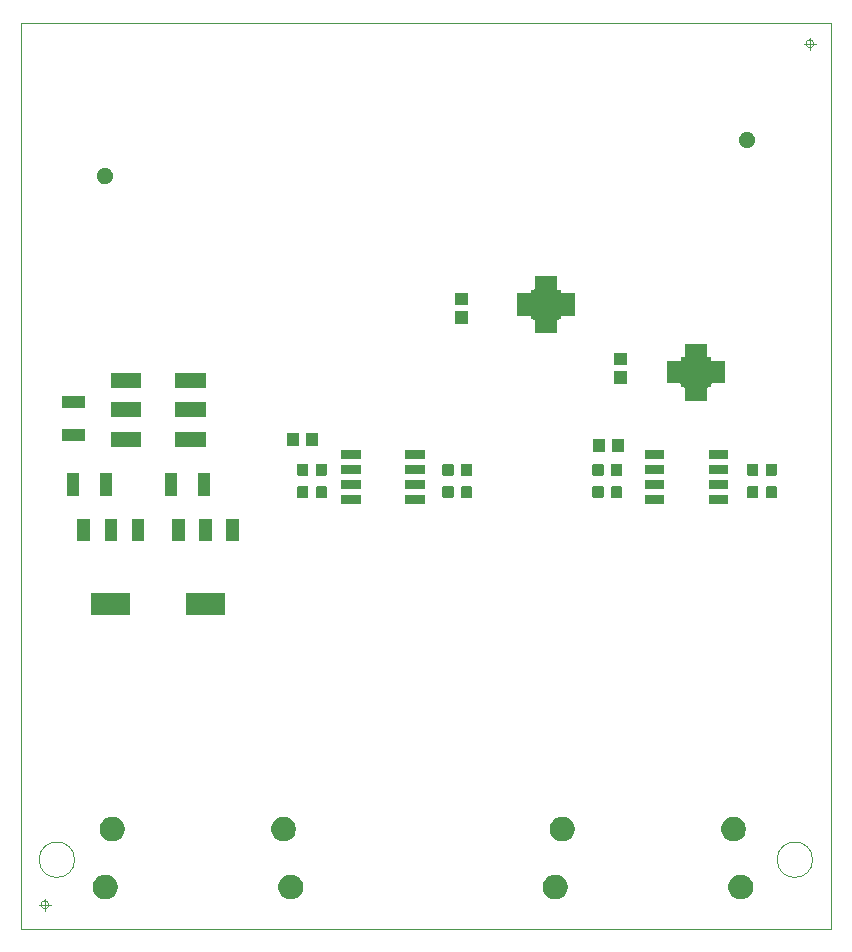
<source format=gbs>
%TF.GenerationSoftware,KiCad,Pcbnew,(5.1.5-0-10_14)*%
%TF.CreationDate,2020-01-10T14:35:19+01:00*%
%TF.ProjectId,adapter_hybrid_assister,61646170-7465-4725-9f68-79627269645f,rev?*%
%TF.SameCoordinates,PX6312cb0PY8accb70*%
%TF.FileFunction,Soldermask,Bot*%
%TF.FilePolarity,Negative*%
%FSLAX45Y45*%
G04 Gerber Fmt 4.5, Leading zero omitted, Abs format (unit mm)*
G04 Created by KiCad (PCBNEW (5.1.5-0-10_14)) date 2020-01-10 14:35:19*
%MOMM*%
%LPD*%
G04 APERTURE LIST*
%TA.AperFunction,Profile*%
%ADD10C,0.050000*%
%TD*%
%TA.AperFunction,Profile*%
%ADD11C,0.100000*%
%TD*%
%ADD12C,0.100000*%
G04 APERTURE END LIST*
D10*
X6713533Y7493000D02*
G75*
G03X6713533Y7493000I-33333J0D01*
G01*
X6630200Y7493000D02*
X6730200Y7493000D01*
X6680200Y7543000D02*
X6680200Y7443000D01*
X236533Y203200D02*
G75*
G03X236533Y203200I-33333J0D01*
G01*
X153200Y203200D02*
X253200Y203200D01*
X203200Y253200D02*
X203200Y153200D01*
X454800Y584200D02*
G75*
G03X454800Y584200I-150000J0D01*
G01*
X6703200Y584200D02*
G75*
G03X6703200Y584200I-150000J0D01*
G01*
X0Y0D02*
X0Y7670800D01*
X6858000Y7670800D02*
X6858000Y0D01*
D11*
X0Y7670800D02*
X6858000Y7670800D01*
X6858000Y0D02*
X0Y0D01*
D12*
G36*
X6117731Y455964D02*
G01*
X6124484Y454621D01*
X6143565Y446717D01*
X6160738Y435242D01*
X6175342Y420638D01*
X6186817Y403465D01*
X6194721Y384384D01*
X6198750Y364127D01*
X6198750Y343473D01*
X6194721Y323216D01*
X6186817Y304135D01*
X6175342Y286962D01*
X6160738Y272358D01*
X6143565Y260883D01*
X6124484Y252979D01*
X6117731Y251636D01*
X6104227Y248950D01*
X6083573Y248950D01*
X6070069Y251636D01*
X6063316Y252979D01*
X6044235Y260883D01*
X6027062Y272358D01*
X6012458Y286962D01*
X6000983Y304135D01*
X5993079Y323216D01*
X5989050Y343473D01*
X5989050Y364127D01*
X5993079Y384384D01*
X6000983Y403465D01*
X6012458Y420638D01*
X6027062Y435242D01*
X6044235Y446717D01*
X6063316Y454621D01*
X6070069Y455964D01*
X6083573Y458650D01*
X6104227Y458650D01*
X6117731Y455964D01*
G37*
G36*
X4547731Y455964D02*
G01*
X4554484Y454621D01*
X4573565Y446717D01*
X4590738Y435242D01*
X4605342Y420638D01*
X4616817Y403465D01*
X4624721Y384384D01*
X4628750Y364127D01*
X4628750Y343473D01*
X4624721Y323216D01*
X4616817Y304135D01*
X4605342Y286962D01*
X4590738Y272358D01*
X4573565Y260883D01*
X4554484Y252979D01*
X4547731Y251636D01*
X4534227Y248950D01*
X4513573Y248950D01*
X4500069Y251636D01*
X4493316Y252979D01*
X4474235Y260883D01*
X4457062Y272358D01*
X4442458Y286962D01*
X4430983Y304135D01*
X4423079Y323216D01*
X4419050Y343473D01*
X4419050Y364127D01*
X4423079Y384384D01*
X4430983Y403465D01*
X4442458Y420638D01*
X4457062Y435242D01*
X4474235Y446717D01*
X4493316Y454621D01*
X4500069Y455964D01*
X4513573Y458650D01*
X4534227Y458650D01*
X4547731Y455964D01*
G37*
G36*
X2307731Y455964D02*
G01*
X2314484Y454621D01*
X2333565Y446717D01*
X2350738Y435242D01*
X2365342Y420638D01*
X2376817Y403465D01*
X2384721Y384384D01*
X2388750Y364127D01*
X2388750Y343473D01*
X2384721Y323216D01*
X2376817Y304135D01*
X2365342Y286962D01*
X2350738Y272358D01*
X2333565Y260883D01*
X2314484Y252979D01*
X2307731Y251636D01*
X2294227Y248950D01*
X2273573Y248950D01*
X2260069Y251636D01*
X2253316Y252979D01*
X2234235Y260883D01*
X2217062Y272358D01*
X2202458Y286962D01*
X2190983Y304135D01*
X2183079Y323216D01*
X2179050Y343473D01*
X2179050Y364127D01*
X2183079Y384384D01*
X2190983Y403465D01*
X2202458Y420638D01*
X2217062Y435242D01*
X2234235Y446717D01*
X2253316Y454621D01*
X2260069Y455964D01*
X2273573Y458650D01*
X2294227Y458650D01*
X2307731Y455964D01*
G37*
G36*
X737731Y455964D02*
G01*
X744484Y454621D01*
X763565Y446717D01*
X780738Y435242D01*
X795342Y420638D01*
X806817Y403465D01*
X814721Y384384D01*
X818750Y364127D01*
X818750Y343473D01*
X814721Y323216D01*
X806817Y304135D01*
X795342Y286962D01*
X780738Y272358D01*
X763565Y260883D01*
X744484Y252979D01*
X737731Y251636D01*
X724227Y248950D01*
X703573Y248950D01*
X690069Y251636D01*
X683316Y252979D01*
X664235Y260883D01*
X647062Y272358D01*
X632458Y286962D01*
X620983Y304135D01*
X613079Y323216D01*
X609050Y343473D01*
X609050Y364127D01*
X613079Y384384D01*
X620983Y403465D01*
X632458Y420638D01*
X647062Y435242D01*
X664235Y446717D01*
X683316Y454621D01*
X690069Y455964D01*
X703573Y458650D01*
X724227Y458650D01*
X737731Y455964D01*
G37*
G36*
X6057731Y945964D02*
G01*
X6064484Y944621D01*
X6083565Y936717D01*
X6100738Y925242D01*
X6115342Y910638D01*
X6126817Y893465D01*
X6134721Y874384D01*
X6138750Y854127D01*
X6138750Y833473D01*
X6134721Y813216D01*
X6126817Y794135D01*
X6115342Y776962D01*
X6100738Y762358D01*
X6083565Y750883D01*
X6064484Y742979D01*
X6057731Y741636D01*
X6044227Y738950D01*
X6023573Y738950D01*
X6010069Y741636D01*
X6003316Y742979D01*
X5984235Y750883D01*
X5967062Y762358D01*
X5952458Y776962D01*
X5940983Y794135D01*
X5933079Y813216D01*
X5929050Y833473D01*
X5929050Y854127D01*
X5933079Y874384D01*
X5940983Y893465D01*
X5952458Y910638D01*
X5967062Y925242D01*
X5984235Y936717D01*
X6003316Y944621D01*
X6010069Y945964D01*
X6023573Y948650D01*
X6044227Y948650D01*
X6057731Y945964D01*
G37*
G36*
X4607731Y945964D02*
G01*
X4614484Y944621D01*
X4633565Y936717D01*
X4650738Y925242D01*
X4665342Y910638D01*
X4676817Y893465D01*
X4684721Y874384D01*
X4688750Y854127D01*
X4688750Y833473D01*
X4684721Y813216D01*
X4676817Y794135D01*
X4665342Y776962D01*
X4650738Y762358D01*
X4633565Y750883D01*
X4614484Y742979D01*
X4607731Y741636D01*
X4594227Y738950D01*
X4573573Y738950D01*
X4560069Y741636D01*
X4553316Y742979D01*
X4534235Y750883D01*
X4517062Y762358D01*
X4502458Y776962D01*
X4490983Y794135D01*
X4483079Y813216D01*
X4479050Y833473D01*
X4479050Y854127D01*
X4483079Y874384D01*
X4490983Y893465D01*
X4502458Y910638D01*
X4517062Y925242D01*
X4534235Y936717D01*
X4553316Y944621D01*
X4560069Y945964D01*
X4573573Y948650D01*
X4594227Y948650D01*
X4607731Y945964D01*
G37*
G36*
X2247731Y945964D02*
G01*
X2254484Y944621D01*
X2273565Y936717D01*
X2290738Y925242D01*
X2305342Y910638D01*
X2316817Y893465D01*
X2324721Y874384D01*
X2328750Y854127D01*
X2328750Y833473D01*
X2324721Y813216D01*
X2316817Y794135D01*
X2305342Y776962D01*
X2290738Y762358D01*
X2273565Y750883D01*
X2254484Y742979D01*
X2247731Y741636D01*
X2234227Y738950D01*
X2213573Y738950D01*
X2200069Y741636D01*
X2193316Y742979D01*
X2174235Y750883D01*
X2157062Y762358D01*
X2142458Y776962D01*
X2130983Y794135D01*
X2123079Y813216D01*
X2119050Y833473D01*
X2119050Y854127D01*
X2123079Y874384D01*
X2130983Y893465D01*
X2142458Y910638D01*
X2157062Y925242D01*
X2174235Y936717D01*
X2193316Y944621D01*
X2200069Y945964D01*
X2213573Y948650D01*
X2234227Y948650D01*
X2247731Y945964D01*
G37*
G36*
X797731Y945964D02*
G01*
X804484Y944621D01*
X823565Y936717D01*
X840738Y925242D01*
X855342Y910638D01*
X866817Y893465D01*
X874721Y874384D01*
X878750Y854127D01*
X878750Y833473D01*
X874721Y813216D01*
X866817Y794135D01*
X855342Y776962D01*
X840738Y762358D01*
X823565Y750883D01*
X804484Y742979D01*
X797731Y741636D01*
X784227Y738950D01*
X763573Y738950D01*
X750069Y741636D01*
X743316Y742979D01*
X724235Y750883D01*
X707062Y762358D01*
X692458Y776962D01*
X680983Y794135D01*
X673079Y813216D01*
X669050Y833473D01*
X669050Y854127D01*
X673079Y874384D01*
X680983Y893465D01*
X692458Y910638D01*
X707062Y925242D01*
X724235Y936717D01*
X743316Y944621D01*
X750069Y945964D01*
X763573Y948650D01*
X784227Y948650D01*
X797731Y945964D01*
G37*
G36*
X1728600Y2655600D02*
G01*
X1398400Y2655600D01*
X1398400Y2840800D01*
X1728600Y2840800D01*
X1728600Y2655600D01*
G37*
G36*
X927100Y2655600D02*
G01*
X596900Y2655600D01*
X596900Y2840800D01*
X927100Y2840800D01*
X927100Y2655600D01*
G37*
G36*
X584600Y3285600D02*
G01*
X479400Y3285600D01*
X479400Y3470800D01*
X584600Y3470800D01*
X584600Y3285600D01*
G37*
G36*
X1846100Y3285600D02*
G01*
X1740900Y3285600D01*
X1740900Y3470800D01*
X1846100Y3470800D01*
X1846100Y3285600D01*
G37*
G36*
X814600Y3285600D02*
G01*
X709400Y3285600D01*
X709400Y3470800D01*
X814600Y3470800D01*
X814600Y3285600D01*
G37*
G36*
X1044600Y3285600D02*
G01*
X939400Y3285600D01*
X939400Y3470800D01*
X1044600Y3470800D01*
X1044600Y3285600D01*
G37*
G36*
X1386100Y3285600D02*
G01*
X1280900Y3285600D01*
X1280900Y3470800D01*
X1386100Y3470800D01*
X1386100Y3285600D01*
G37*
G36*
X1616100Y3285600D02*
G01*
X1510900Y3285600D01*
X1510900Y3470800D01*
X1616100Y3470800D01*
X1616100Y3285600D01*
G37*
G36*
X2875500Y3594600D02*
G01*
X2712500Y3594600D01*
X2712500Y3669800D01*
X2875500Y3669800D01*
X2875500Y3594600D01*
G37*
G36*
X3417700Y3594600D02*
G01*
X3254700Y3594600D01*
X3254700Y3669800D01*
X3417700Y3669800D01*
X3417700Y3594600D01*
G37*
G36*
X5444800Y3594600D02*
G01*
X5281800Y3594600D01*
X5281800Y3669800D01*
X5444800Y3669800D01*
X5444800Y3594600D01*
G37*
G36*
X5987000Y3594600D02*
G01*
X5824000Y3594600D01*
X5824000Y3669800D01*
X5987000Y3669800D01*
X5987000Y3594600D01*
G37*
G36*
X6230459Y3747891D02*
G01*
X6233857Y3746861D01*
X6236989Y3745187D01*
X6239734Y3742934D01*
X6241987Y3740189D01*
X6243661Y3737057D01*
X6244691Y3733659D01*
X6245100Y3729511D01*
X6245100Y3661889D01*
X6244691Y3657741D01*
X6243661Y3654343D01*
X6241987Y3651211D01*
X6239734Y3648466D01*
X6236989Y3646213D01*
X6233857Y3644539D01*
X6230459Y3643508D01*
X6226311Y3643100D01*
X6166189Y3643100D01*
X6162041Y3643508D01*
X6158643Y3644539D01*
X6155511Y3646213D01*
X6152766Y3648466D01*
X6150513Y3651211D01*
X6148839Y3654343D01*
X6147808Y3657741D01*
X6147400Y3661889D01*
X6147400Y3729511D01*
X6147808Y3733659D01*
X6148839Y3737057D01*
X6150513Y3740189D01*
X6152766Y3742934D01*
X6155511Y3745187D01*
X6158643Y3746861D01*
X6162041Y3747891D01*
X6166189Y3748300D01*
X6226311Y3748300D01*
X6230459Y3747891D01*
G37*
G36*
X3807459Y3747891D02*
G01*
X3810857Y3746861D01*
X3813989Y3745187D01*
X3816734Y3742934D01*
X3818987Y3740189D01*
X3820661Y3737057D01*
X3821691Y3733659D01*
X3822100Y3729511D01*
X3822100Y3661889D01*
X3821691Y3657741D01*
X3820661Y3654343D01*
X3818987Y3651211D01*
X3816734Y3648466D01*
X3813989Y3646213D01*
X3810857Y3644539D01*
X3807459Y3643508D01*
X3803311Y3643100D01*
X3743189Y3643100D01*
X3739041Y3643508D01*
X3735643Y3644539D01*
X3732511Y3646213D01*
X3729766Y3648466D01*
X3727513Y3651211D01*
X3725839Y3654343D01*
X3724808Y3657741D01*
X3724400Y3661889D01*
X3724400Y3729511D01*
X3724808Y3733659D01*
X3725839Y3737057D01*
X3727513Y3740189D01*
X3729766Y3742934D01*
X3732511Y3745187D01*
X3735643Y3746861D01*
X3739041Y3747891D01*
X3743189Y3748300D01*
X3803311Y3748300D01*
X3807459Y3747891D01*
G37*
G36*
X3649959Y3747891D02*
G01*
X3653357Y3746861D01*
X3656489Y3745187D01*
X3659234Y3742934D01*
X3661487Y3740189D01*
X3663161Y3737057D01*
X3664191Y3733659D01*
X3664600Y3729511D01*
X3664600Y3661889D01*
X3664191Y3657741D01*
X3663161Y3654343D01*
X3661487Y3651211D01*
X3659234Y3648466D01*
X3656489Y3646213D01*
X3653357Y3644539D01*
X3649959Y3643508D01*
X3645811Y3643100D01*
X3585689Y3643100D01*
X3581541Y3643508D01*
X3578143Y3644539D01*
X3575011Y3646213D01*
X3572266Y3648466D01*
X3570013Y3651211D01*
X3568339Y3654343D01*
X3567308Y3657741D01*
X3566900Y3661889D01*
X3566900Y3729511D01*
X3567308Y3733659D01*
X3568339Y3737057D01*
X3570013Y3740189D01*
X3572266Y3742934D01*
X3575011Y3745187D01*
X3578143Y3746861D01*
X3581541Y3747891D01*
X3585689Y3748300D01*
X3645811Y3748300D01*
X3649959Y3747891D01*
G37*
G36*
X2420459Y3747891D02*
G01*
X2423857Y3746861D01*
X2426989Y3745187D01*
X2429734Y3742934D01*
X2431987Y3740189D01*
X2433661Y3737057D01*
X2434692Y3733659D01*
X2435100Y3729511D01*
X2435100Y3661889D01*
X2434692Y3657741D01*
X2433661Y3654343D01*
X2431987Y3651211D01*
X2429734Y3648466D01*
X2426989Y3646213D01*
X2423857Y3644539D01*
X2420459Y3643508D01*
X2416311Y3643100D01*
X2356189Y3643100D01*
X2352041Y3643508D01*
X2348643Y3644539D01*
X2345511Y3646213D01*
X2342766Y3648466D01*
X2340513Y3651211D01*
X2338839Y3654343D01*
X2337809Y3657741D01*
X2337400Y3661889D01*
X2337400Y3729511D01*
X2337809Y3733659D01*
X2338839Y3737057D01*
X2340513Y3740189D01*
X2342766Y3742934D01*
X2345511Y3745187D01*
X2348643Y3746861D01*
X2352041Y3747891D01*
X2356189Y3748300D01*
X2416311Y3748300D01*
X2420459Y3747891D01*
G37*
G36*
X2577959Y3747891D02*
G01*
X2581357Y3746861D01*
X2584489Y3745187D01*
X2587234Y3742934D01*
X2589487Y3740189D01*
X2591161Y3737057D01*
X2592192Y3733659D01*
X2592600Y3729511D01*
X2592600Y3661889D01*
X2592192Y3657741D01*
X2591161Y3654343D01*
X2589487Y3651211D01*
X2587234Y3648466D01*
X2584489Y3646213D01*
X2581357Y3644539D01*
X2577959Y3643508D01*
X2573811Y3643100D01*
X2513689Y3643100D01*
X2509541Y3643508D01*
X2506143Y3644539D01*
X2503011Y3646213D01*
X2500266Y3648466D01*
X2498013Y3651211D01*
X2496339Y3654343D01*
X2495309Y3657741D01*
X2494900Y3661889D01*
X2494900Y3729511D01*
X2495309Y3733659D01*
X2496339Y3737057D01*
X2498013Y3740189D01*
X2500266Y3742934D01*
X2503011Y3745187D01*
X2506143Y3746861D01*
X2509541Y3747891D01*
X2513689Y3748300D01*
X2573811Y3748300D01*
X2577959Y3747891D01*
G37*
G36*
X5077459Y3747891D02*
G01*
X5080857Y3746861D01*
X5083989Y3745187D01*
X5086734Y3742934D01*
X5088987Y3740189D01*
X5090661Y3737057D01*
X5091692Y3733659D01*
X5092100Y3729511D01*
X5092100Y3661889D01*
X5091692Y3657741D01*
X5090661Y3654343D01*
X5088987Y3651211D01*
X5086734Y3648466D01*
X5083989Y3646213D01*
X5080857Y3644539D01*
X5077459Y3643508D01*
X5073311Y3643100D01*
X5013189Y3643100D01*
X5009041Y3643508D01*
X5005643Y3644539D01*
X5002511Y3646213D01*
X4999766Y3648466D01*
X4997513Y3651211D01*
X4995839Y3654343D01*
X4994809Y3657741D01*
X4994400Y3661889D01*
X4994400Y3729511D01*
X4994809Y3733659D01*
X4995839Y3737057D01*
X4997513Y3740189D01*
X4999766Y3742934D01*
X5002511Y3745187D01*
X5005643Y3746861D01*
X5009041Y3747891D01*
X5013189Y3748300D01*
X5073311Y3748300D01*
X5077459Y3747891D01*
G37*
G36*
X4919959Y3747891D02*
G01*
X4923357Y3746861D01*
X4926489Y3745187D01*
X4929234Y3742934D01*
X4931487Y3740189D01*
X4933161Y3737057D01*
X4934192Y3733659D01*
X4934600Y3729511D01*
X4934600Y3661889D01*
X4934192Y3657741D01*
X4933161Y3654343D01*
X4931487Y3651211D01*
X4929234Y3648466D01*
X4926489Y3646213D01*
X4923357Y3644539D01*
X4919959Y3643508D01*
X4915811Y3643100D01*
X4855689Y3643100D01*
X4851541Y3643508D01*
X4848143Y3644539D01*
X4845011Y3646213D01*
X4842266Y3648466D01*
X4840013Y3651211D01*
X4838339Y3654343D01*
X4837309Y3657741D01*
X4836900Y3661889D01*
X4836900Y3729511D01*
X4837309Y3733659D01*
X4838339Y3737057D01*
X4840013Y3740189D01*
X4842266Y3742934D01*
X4845011Y3745187D01*
X4848143Y3746861D01*
X4851541Y3747891D01*
X4855689Y3748300D01*
X4915811Y3748300D01*
X4919959Y3747891D01*
G37*
G36*
X6387959Y3747891D02*
G01*
X6391357Y3746861D01*
X6394489Y3745187D01*
X6397234Y3742934D01*
X6399487Y3740189D01*
X6401161Y3737057D01*
X6402191Y3733659D01*
X6402600Y3729511D01*
X6402600Y3661889D01*
X6402191Y3657741D01*
X6401161Y3654343D01*
X6399487Y3651211D01*
X6397234Y3648466D01*
X6394489Y3646213D01*
X6391357Y3644539D01*
X6387959Y3643508D01*
X6383811Y3643100D01*
X6323689Y3643100D01*
X6319541Y3643508D01*
X6316143Y3644539D01*
X6313011Y3646213D01*
X6310266Y3648466D01*
X6308013Y3651211D01*
X6306339Y3654343D01*
X6305308Y3657741D01*
X6304900Y3661889D01*
X6304900Y3729511D01*
X6305308Y3733659D01*
X6306339Y3737057D01*
X6308013Y3740189D01*
X6310266Y3742934D01*
X6313011Y3745187D01*
X6316143Y3746861D01*
X6319541Y3747891D01*
X6323689Y3748300D01*
X6383811Y3748300D01*
X6387959Y3747891D01*
G37*
G36*
X774720Y3663930D02*
G01*
X673080Y3663930D01*
X673080Y3854470D01*
X774720Y3854470D01*
X774720Y3663930D01*
G37*
G36*
X1320820Y3663930D02*
G01*
X1219180Y3663930D01*
X1219180Y3854470D01*
X1320820Y3854470D01*
X1320820Y3663930D01*
G37*
G36*
X495320Y3663930D02*
G01*
X393680Y3663930D01*
X393680Y3854470D01*
X495320Y3854470D01*
X495320Y3663930D01*
G37*
G36*
X1600220Y3663930D02*
G01*
X1498580Y3663930D01*
X1498580Y3854470D01*
X1600220Y3854470D01*
X1600220Y3663930D01*
G37*
G36*
X5987000Y3721600D02*
G01*
X5824000Y3721600D01*
X5824000Y3796800D01*
X5987000Y3796800D01*
X5987000Y3721600D01*
G37*
G36*
X5444800Y3721600D02*
G01*
X5281800Y3721600D01*
X5281800Y3796800D01*
X5444800Y3796800D01*
X5444800Y3721600D01*
G37*
G36*
X3417700Y3721600D02*
G01*
X3254700Y3721600D01*
X3254700Y3796800D01*
X3417700Y3796800D01*
X3417700Y3721600D01*
G37*
G36*
X2875500Y3721600D02*
G01*
X2712500Y3721600D01*
X2712500Y3796800D01*
X2875500Y3796800D01*
X2875500Y3721600D01*
G37*
G36*
X3649959Y3938391D02*
G01*
X3653357Y3937361D01*
X3656489Y3935687D01*
X3659234Y3933434D01*
X3661487Y3930689D01*
X3663161Y3927557D01*
X3664191Y3924159D01*
X3664600Y3920011D01*
X3664600Y3852389D01*
X3664191Y3848241D01*
X3663161Y3844843D01*
X3661487Y3841711D01*
X3659234Y3838966D01*
X3656489Y3836713D01*
X3653357Y3835039D01*
X3649959Y3834008D01*
X3645811Y3833600D01*
X3585689Y3833600D01*
X3581541Y3834008D01*
X3578143Y3835039D01*
X3575011Y3836713D01*
X3572266Y3838966D01*
X3570013Y3841711D01*
X3568339Y3844843D01*
X3567308Y3848241D01*
X3566900Y3852389D01*
X3566900Y3920011D01*
X3567308Y3924159D01*
X3568339Y3927557D01*
X3570013Y3930689D01*
X3572266Y3933434D01*
X3575011Y3935687D01*
X3578143Y3937361D01*
X3581541Y3938391D01*
X3585689Y3938800D01*
X3645811Y3938800D01*
X3649959Y3938391D01*
G37*
G36*
X3807459Y3938391D02*
G01*
X3810857Y3937361D01*
X3813989Y3935687D01*
X3816734Y3933434D01*
X3818987Y3930689D01*
X3820661Y3927557D01*
X3821691Y3924159D01*
X3822100Y3920011D01*
X3822100Y3852389D01*
X3821691Y3848241D01*
X3820661Y3844843D01*
X3818987Y3841711D01*
X3816734Y3838966D01*
X3813989Y3836713D01*
X3810857Y3835039D01*
X3807459Y3834008D01*
X3803311Y3833600D01*
X3743189Y3833600D01*
X3739041Y3834008D01*
X3735643Y3835039D01*
X3732511Y3836713D01*
X3729766Y3838966D01*
X3727513Y3841711D01*
X3725839Y3844843D01*
X3724808Y3848241D01*
X3724400Y3852389D01*
X3724400Y3920011D01*
X3724808Y3924159D01*
X3725839Y3927557D01*
X3727513Y3930689D01*
X3729766Y3933434D01*
X3732511Y3935687D01*
X3735643Y3937361D01*
X3739041Y3938391D01*
X3743189Y3938800D01*
X3803311Y3938800D01*
X3807459Y3938391D01*
G37*
G36*
X6387959Y3938391D02*
G01*
X6391357Y3937361D01*
X6394489Y3935687D01*
X6397234Y3933434D01*
X6399487Y3930689D01*
X6401161Y3927557D01*
X6402191Y3924159D01*
X6402600Y3920011D01*
X6402600Y3852389D01*
X6402191Y3848241D01*
X6401161Y3844843D01*
X6399487Y3841711D01*
X6397234Y3838966D01*
X6394489Y3836713D01*
X6391357Y3835039D01*
X6387959Y3834008D01*
X6383811Y3833600D01*
X6323689Y3833600D01*
X6319541Y3834008D01*
X6316143Y3835039D01*
X6313011Y3836713D01*
X6310266Y3838966D01*
X6308013Y3841711D01*
X6306339Y3844843D01*
X6305308Y3848241D01*
X6304900Y3852389D01*
X6304900Y3920011D01*
X6305308Y3924159D01*
X6306339Y3927557D01*
X6308013Y3930689D01*
X6310266Y3933434D01*
X6313011Y3935687D01*
X6316143Y3937361D01*
X6319541Y3938391D01*
X6323689Y3938800D01*
X6383811Y3938800D01*
X6387959Y3938391D01*
G37*
G36*
X6230459Y3938391D02*
G01*
X6233857Y3937361D01*
X6236989Y3935687D01*
X6239734Y3933434D01*
X6241987Y3930689D01*
X6243661Y3927557D01*
X6244691Y3924159D01*
X6245100Y3920011D01*
X6245100Y3852389D01*
X6244691Y3848241D01*
X6243661Y3844843D01*
X6241987Y3841711D01*
X6239734Y3838966D01*
X6236989Y3836713D01*
X6233857Y3835039D01*
X6230459Y3834008D01*
X6226311Y3833600D01*
X6166189Y3833600D01*
X6162041Y3834008D01*
X6158643Y3835039D01*
X6155511Y3836713D01*
X6152766Y3838966D01*
X6150513Y3841711D01*
X6148839Y3844843D01*
X6147808Y3848241D01*
X6147400Y3852389D01*
X6147400Y3920011D01*
X6147808Y3924159D01*
X6148839Y3927557D01*
X6150513Y3930689D01*
X6152766Y3933434D01*
X6155511Y3935687D01*
X6158643Y3937361D01*
X6162041Y3938391D01*
X6166189Y3938800D01*
X6226311Y3938800D01*
X6230459Y3938391D01*
G37*
G36*
X5077459Y3938391D02*
G01*
X5080857Y3937361D01*
X5083989Y3935687D01*
X5086734Y3933434D01*
X5088987Y3930689D01*
X5090661Y3927557D01*
X5091692Y3924159D01*
X5092100Y3920011D01*
X5092100Y3852389D01*
X5091692Y3848241D01*
X5090661Y3844843D01*
X5088987Y3841711D01*
X5086734Y3838966D01*
X5083989Y3836713D01*
X5080857Y3835039D01*
X5077459Y3834008D01*
X5073311Y3833600D01*
X5013189Y3833600D01*
X5009041Y3834008D01*
X5005643Y3835039D01*
X5002511Y3836713D01*
X4999766Y3838966D01*
X4997513Y3841711D01*
X4995839Y3844843D01*
X4994809Y3848241D01*
X4994400Y3852389D01*
X4994400Y3920011D01*
X4994809Y3924159D01*
X4995839Y3927557D01*
X4997513Y3930689D01*
X4999766Y3933434D01*
X5002511Y3935687D01*
X5005643Y3937361D01*
X5009041Y3938391D01*
X5013189Y3938800D01*
X5073311Y3938800D01*
X5077459Y3938391D01*
G37*
G36*
X2577959Y3938391D02*
G01*
X2581357Y3937361D01*
X2584489Y3935687D01*
X2587234Y3933434D01*
X2589487Y3930689D01*
X2591161Y3927557D01*
X2592192Y3924159D01*
X2592600Y3920011D01*
X2592600Y3852389D01*
X2592192Y3848241D01*
X2591161Y3844843D01*
X2589487Y3841711D01*
X2587234Y3838966D01*
X2584489Y3836713D01*
X2581357Y3835039D01*
X2577959Y3834008D01*
X2573811Y3833600D01*
X2513689Y3833600D01*
X2509541Y3834008D01*
X2506143Y3835039D01*
X2503011Y3836713D01*
X2500266Y3838966D01*
X2498013Y3841711D01*
X2496339Y3844843D01*
X2495309Y3848241D01*
X2494900Y3852389D01*
X2494900Y3920011D01*
X2495309Y3924159D01*
X2496339Y3927557D01*
X2498013Y3930689D01*
X2500266Y3933434D01*
X2503011Y3935687D01*
X2506143Y3937361D01*
X2509541Y3938391D01*
X2513689Y3938800D01*
X2573811Y3938800D01*
X2577959Y3938391D01*
G37*
G36*
X4919959Y3938391D02*
G01*
X4923357Y3937361D01*
X4926489Y3935687D01*
X4929234Y3933434D01*
X4931487Y3930689D01*
X4933161Y3927557D01*
X4934192Y3924159D01*
X4934600Y3920011D01*
X4934600Y3852389D01*
X4934192Y3848241D01*
X4933161Y3844843D01*
X4931487Y3841711D01*
X4929234Y3838966D01*
X4926489Y3836713D01*
X4923357Y3835039D01*
X4919959Y3834008D01*
X4915811Y3833600D01*
X4855689Y3833600D01*
X4851541Y3834008D01*
X4848143Y3835039D01*
X4845011Y3836713D01*
X4842266Y3838966D01*
X4840013Y3841711D01*
X4838339Y3844843D01*
X4837309Y3848241D01*
X4836900Y3852389D01*
X4836900Y3920011D01*
X4837309Y3924159D01*
X4838339Y3927557D01*
X4840013Y3930689D01*
X4842266Y3933434D01*
X4845011Y3935687D01*
X4848143Y3937361D01*
X4851541Y3938391D01*
X4855689Y3938800D01*
X4915811Y3938800D01*
X4919959Y3938391D01*
G37*
G36*
X2420459Y3938391D02*
G01*
X2423857Y3937361D01*
X2426989Y3935687D01*
X2429734Y3933434D01*
X2431987Y3930689D01*
X2433661Y3927557D01*
X2434692Y3924159D01*
X2435100Y3920011D01*
X2435100Y3852389D01*
X2434692Y3848241D01*
X2433661Y3844843D01*
X2431987Y3841711D01*
X2429734Y3838966D01*
X2426989Y3836713D01*
X2423857Y3835039D01*
X2420459Y3834008D01*
X2416311Y3833600D01*
X2356189Y3833600D01*
X2352041Y3834008D01*
X2348643Y3835039D01*
X2345511Y3836713D01*
X2342766Y3838966D01*
X2340513Y3841711D01*
X2338839Y3844843D01*
X2337809Y3848241D01*
X2337400Y3852389D01*
X2337400Y3920011D01*
X2337809Y3924159D01*
X2338839Y3927557D01*
X2340513Y3930689D01*
X2342766Y3933434D01*
X2345511Y3935687D01*
X2348643Y3937361D01*
X2352041Y3938391D01*
X2356189Y3938800D01*
X2416311Y3938800D01*
X2420459Y3938391D01*
G37*
G36*
X2875500Y3848600D02*
G01*
X2712500Y3848600D01*
X2712500Y3923800D01*
X2875500Y3923800D01*
X2875500Y3848600D01*
G37*
G36*
X3417700Y3848600D02*
G01*
X3254700Y3848600D01*
X3254700Y3923800D01*
X3417700Y3923800D01*
X3417700Y3848600D01*
G37*
G36*
X5444800Y3848600D02*
G01*
X5281800Y3848600D01*
X5281800Y3923800D01*
X5444800Y3923800D01*
X5444800Y3848600D01*
G37*
G36*
X5987000Y3848600D02*
G01*
X5824000Y3848600D01*
X5824000Y3923800D01*
X5987000Y3923800D01*
X5987000Y3848600D01*
G37*
G36*
X5987000Y3975600D02*
G01*
X5824000Y3975600D01*
X5824000Y4050800D01*
X5987000Y4050800D01*
X5987000Y3975600D01*
G37*
G36*
X2875500Y3975600D02*
G01*
X2712500Y3975600D01*
X2712500Y4050800D01*
X2875500Y4050800D01*
X2875500Y3975600D01*
G37*
G36*
X3417700Y3975600D02*
G01*
X3254700Y3975600D01*
X3254700Y4050800D01*
X3417700Y4050800D01*
X3417700Y3975600D01*
G37*
G36*
X5444800Y3975600D02*
G01*
X5281800Y3975600D01*
X5281800Y4050800D01*
X5444800Y4050800D01*
X5444800Y3975600D01*
G37*
G36*
X4947200Y4034300D02*
G01*
X4842000Y4034300D01*
X4842000Y4144500D01*
X4947200Y4144500D01*
X4947200Y4034300D01*
G37*
G36*
X5107200Y4034300D02*
G01*
X5002000Y4034300D01*
X5002000Y4144500D01*
X5107200Y4144500D01*
X5107200Y4034300D01*
G37*
G36*
X1569100Y4079100D02*
G01*
X1308900Y4079100D01*
X1308900Y4209300D01*
X1569100Y4209300D01*
X1569100Y4079100D01*
G37*
G36*
X1019100Y4079100D02*
G01*
X758900Y4079100D01*
X758900Y4209300D01*
X1019100Y4209300D01*
X1019100Y4079100D01*
G37*
G36*
X2516400Y4085100D02*
G01*
X2411200Y4085100D01*
X2411200Y4195300D01*
X2516400Y4195300D01*
X2516400Y4085100D01*
G37*
G36*
X2356400Y4085100D02*
G01*
X2251200Y4085100D01*
X2251200Y4195300D01*
X2356400Y4195300D01*
X2356400Y4085100D01*
G37*
G36*
X539770Y4127480D02*
G01*
X349230Y4127480D01*
X349230Y4229120D01*
X539770Y4229120D01*
X539770Y4127480D01*
G37*
G36*
X1019100Y4329100D02*
G01*
X758900Y4329100D01*
X758900Y4459300D01*
X1019100Y4459300D01*
X1019100Y4329100D01*
G37*
G36*
X1569100Y4329100D02*
G01*
X1308900Y4329100D01*
X1308900Y4459300D01*
X1569100Y4459300D01*
X1569100Y4329100D01*
G37*
G36*
X539770Y4406880D02*
G01*
X349230Y4406880D01*
X349230Y4508520D01*
X539770Y4508520D01*
X539770Y4406880D01*
G37*
G36*
X5810100Y4849300D02*
G01*
X5810340Y4846861D01*
X5811051Y4844516D01*
X5812207Y4842355D01*
X5813761Y4840461D01*
X5815655Y4838907D01*
X5817816Y4837752D01*
X5820161Y4837040D01*
X5822600Y4836800D01*
X5840100Y4836800D01*
X5840100Y4819300D01*
X5840340Y4816861D01*
X5841051Y4814516D01*
X5842207Y4812355D01*
X5843761Y4810461D01*
X5845655Y4808907D01*
X5847816Y4807752D01*
X5850161Y4807040D01*
X5852600Y4806800D01*
X5957600Y4806800D01*
X5957600Y4616600D01*
X5852600Y4616600D01*
X5850161Y4616360D01*
X5847816Y4615649D01*
X5845655Y4614493D01*
X5843761Y4612939D01*
X5842207Y4611045D01*
X5841051Y4608884D01*
X5840340Y4606539D01*
X5840100Y4604100D01*
X5840100Y4586600D01*
X5822600Y4586600D01*
X5820161Y4586360D01*
X5817816Y4585649D01*
X5815655Y4584493D01*
X5813761Y4582939D01*
X5812207Y4581045D01*
X5811051Y4578884D01*
X5810340Y4576539D01*
X5810100Y4574100D01*
X5810100Y4469100D01*
X5619900Y4469100D01*
X5619900Y4574100D01*
X5619660Y4576539D01*
X5618948Y4578884D01*
X5617793Y4581045D01*
X5616239Y4582939D01*
X5614345Y4584493D01*
X5612184Y4585649D01*
X5609839Y4586360D01*
X5607400Y4586600D01*
X5589900Y4586600D01*
X5589900Y4604100D01*
X5589660Y4606539D01*
X5588949Y4608884D01*
X5587793Y4611045D01*
X5586239Y4612939D01*
X5584345Y4614493D01*
X5582184Y4615649D01*
X5579839Y4616360D01*
X5577400Y4616600D01*
X5472400Y4616600D01*
X5472400Y4806800D01*
X5577400Y4806800D01*
X5579839Y4807040D01*
X5582184Y4807752D01*
X5584345Y4808907D01*
X5586239Y4810461D01*
X5587793Y4812355D01*
X5588949Y4814516D01*
X5589660Y4816861D01*
X5589900Y4819300D01*
X5589900Y4836800D01*
X5607400Y4836800D01*
X5609839Y4837040D01*
X5612184Y4837752D01*
X5614345Y4838907D01*
X5616239Y4840461D01*
X5617793Y4842355D01*
X5618948Y4844516D01*
X5619660Y4846861D01*
X5619900Y4849300D01*
X5619900Y4954300D01*
X5810100Y4954300D01*
X5810100Y4849300D01*
G37*
G36*
X1019100Y4579100D02*
G01*
X758900Y4579100D01*
X758900Y4709300D01*
X1019100Y4709300D01*
X1019100Y4579100D01*
G37*
G36*
X1569100Y4579100D02*
G01*
X1308900Y4579100D01*
X1308900Y4709300D01*
X1569100Y4709300D01*
X1569100Y4579100D01*
G37*
G36*
X5135100Y4613400D02*
G01*
X5024900Y4613400D01*
X5024900Y4718600D01*
X5135100Y4718600D01*
X5135100Y4613400D01*
G37*
G36*
X5135100Y4773400D02*
G01*
X5024900Y4773400D01*
X5024900Y4878600D01*
X5135100Y4878600D01*
X5135100Y4773400D01*
G37*
G36*
X4540100Y5420800D02*
G01*
X4540340Y5418361D01*
X4541052Y5416016D01*
X4542207Y5413855D01*
X4543761Y5411961D01*
X4545655Y5410407D01*
X4547816Y5409252D01*
X4550161Y5408540D01*
X4552600Y5408300D01*
X4570100Y5408300D01*
X4570100Y5390800D01*
X4570340Y5388361D01*
X4571052Y5386016D01*
X4572207Y5383855D01*
X4573761Y5381961D01*
X4575655Y5380407D01*
X4577816Y5379252D01*
X4580161Y5378540D01*
X4582600Y5378300D01*
X4687600Y5378300D01*
X4687600Y5188100D01*
X4582600Y5188100D01*
X4580161Y5187860D01*
X4577816Y5187149D01*
X4575655Y5185993D01*
X4573761Y5184439D01*
X4572207Y5182545D01*
X4571052Y5180384D01*
X4570340Y5178039D01*
X4570100Y5175600D01*
X4570100Y5158100D01*
X4552600Y5158100D01*
X4550161Y5157860D01*
X4547816Y5157149D01*
X4545655Y5155993D01*
X4543761Y5154439D01*
X4542207Y5152545D01*
X4541052Y5150384D01*
X4540340Y5148039D01*
X4540100Y5145600D01*
X4540100Y5040600D01*
X4349900Y5040600D01*
X4349900Y5145600D01*
X4349660Y5148039D01*
X4348949Y5150384D01*
X4347793Y5152545D01*
X4346239Y5154439D01*
X4344345Y5155993D01*
X4342184Y5157149D01*
X4339839Y5157860D01*
X4337400Y5158100D01*
X4319900Y5158100D01*
X4319900Y5175600D01*
X4319660Y5178039D01*
X4318949Y5180384D01*
X4317793Y5182545D01*
X4316239Y5184439D01*
X4314345Y5185993D01*
X4312184Y5187149D01*
X4309839Y5187860D01*
X4307400Y5188100D01*
X4202400Y5188100D01*
X4202400Y5378300D01*
X4307400Y5378300D01*
X4309839Y5378540D01*
X4312184Y5379252D01*
X4314345Y5380407D01*
X4316239Y5381961D01*
X4317793Y5383855D01*
X4318949Y5386016D01*
X4319660Y5388361D01*
X4319900Y5390800D01*
X4319900Y5408300D01*
X4337400Y5408300D01*
X4339839Y5408540D01*
X4342184Y5409252D01*
X4344345Y5410407D01*
X4346239Y5411961D01*
X4347793Y5413855D01*
X4348949Y5416016D01*
X4349660Y5418361D01*
X4349900Y5420800D01*
X4349900Y5525800D01*
X4540100Y5525800D01*
X4540100Y5420800D01*
G37*
G36*
X3788900Y5121400D02*
G01*
X3678700Y5121400D01*
X3678700Y5226600D01*
X3788900Y5226600D01*
X3788900Y5121400D01*
G37*
G36*
X3788900Y5281400D02*
G01*
X3678700Y5281400D01*
X3678700Y5386600D01*
X3788900Y5386600D01*
X3788900Y5281400D01*
G37*
G36*
X729910Y6441164D02*
G01*
X742394Y6435993D01*
X742394Y6435992D01*
X753630Y6428485D01*
X763185Y6418930D01*
X770693Y6407694D01*
X775864Y6395210D01*
X778500Y6381957D01*
X778500Y6368443D01*
X775864Y6355190D01*
X770693Y6342706D01*
X770692Y6342706D01*
X763185Y6331470D01*
X753630Y6321915D01*
X742394Y6314407D01*
X742394Y6314407D01*
X742394Y6314407D01*
X729910Y6309236D01*
X716657Y6306600D01*
X703143Y6306600D01*
X689890Y6309236D01*
X677406Y6314407D01*
X677406Y6314407D01*
X677406Y6314407D01*
X666170Y6321915D01*
X656615Y6331470D01*
X649108Y6342706D01*
X649107Y6342706D01*
X643936Y6355190D01*
X641300Y6368443D01*
X641300Y6381957D01*
X643936Y6395210D01*
X649107Y6407694D01*
X656615Y6418930D01*
X666170Y6428485D01*
X677406Y6435992D01*
X677406Y6435993D01*
X689890Y6441164D01*
X703143Y6443800D01*
X716657Y6443800D01*
X729910Y6441164D01*
G37*
G36*
X6167910Y6746164D02*
G01*
X6180394Y6740993D01*
X6180394Y6740992D01*
X6191630Y6733485D01*
X6201185Y6723930D01*
X6208693Y6712694D01*
X6213864Y6700210D01*
X6216500Y6686957D01*
X6216500Y6673443D01*
X6213864Y6660190D01*
X6208693Y6647706D01*
X6208692Y6647706D01*
X6201185Y6636470D01*
X6191630Y6626915D01*
X6180394Y6619407D01*
X6180394Y6619407D01*
X6180394Y6619407D01*
X6167910Y6614236D01*
X6154657Y6611600D01*
X6141143Y6611600D01*
X6127890Y6614236D01*
X6115406Y6619407D01*
X6115406Y6619407D01*
X6115406Y6619407D01*
X6104170Y6626915D01*
X6094615Y6636470D01*
X6087107Y6647706D01*
X6087107Y6647706D01*
X6081936Y6660190D01*
X6079300Y6673443D01*
X6079300Y6686957D01*
X6081936Y6700210D01*
X6087107Y6712694D01*
X6094615Y6723930D01*
X6104170Y6733485D01*
X6115406Y6740992D01*
X6115406Y6740993D01*
X6127890Y6746164D01*
X6141143Y6748800D01*
X6154657Y6748800D01*
X6167910Y6746164D01*
G37*
M02*

</source>
